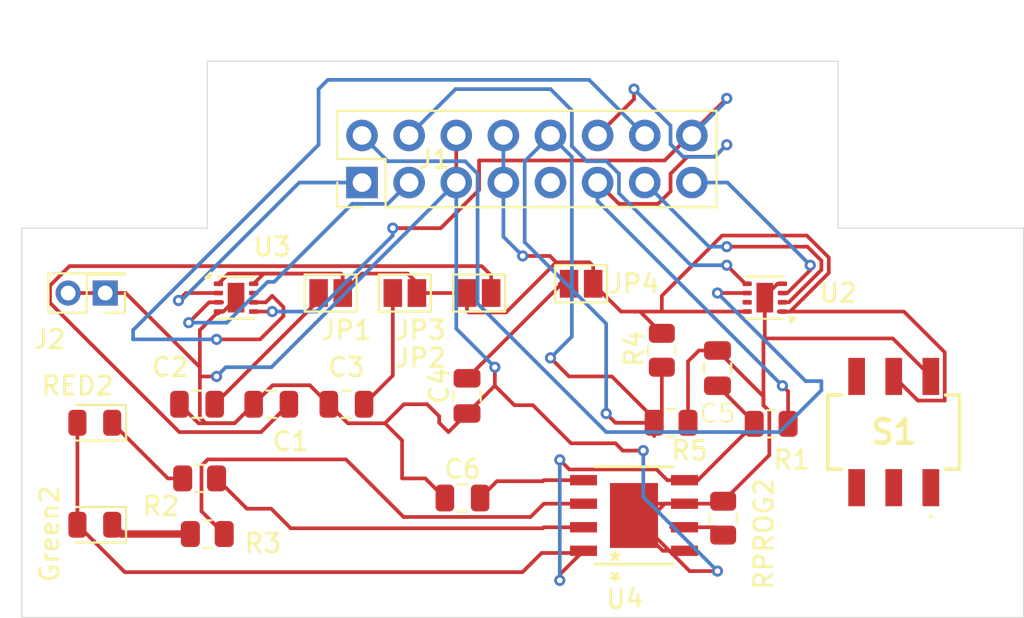
<source format=kicad_pcb>
(kicad_pcb (version 20240108) (generator "pcbnew") (generator_version "8.0")
  (layers (0 "F.Cu" signal) (31 "B.Cu" signal) (34 "B.Paste" user) (35 "F.Paste" user) (36 "B.SilkS" user "B.Silkscreen") (37 "F.SilkS" user "F.Silkscreen") (38 "B.Mask" user) (39 "F.Mask" user) (44 "Edge.Cuts" user))
  (net 0 "")
  (net 1 "Charge")
  (net 2 "Net-(JP2-B)")
  (net 3 "Net-(JP1-A)")
  (net 4 "Net-(JP3-A)")
  (net 5 "Net-(U4-BAT)")
  (net 6 "Net-(Green2-A)")
  (net 7 "Net-(JP4-B)")
  (net 8 "Net-(Green2-K)")
  (net 9 "+5V")
  (net 10 "BATT")
  (net 11 "BATT_ADC")
  (net 12 "Net-(RED2-K)")
  (net 13 "Net-(U4-CHRG)")
  (net 14 "Net-(U4-STDBY)")
  (net 15 "Net-(U4-PROG)")
  (net 16 "Motor1_B")
  (net 17 "Motor1_A")
  (net 18 "PWM1")
  (net 20 "PWM2")
  (net 21 "Motor2_B")
  (net 22 "Motor2_A")
  (net 23 "PWM3")
  (net 25 "PWM4")
  (net 26 "RESV")
  (footprint "Resistor_SMD:R_0805_2012Metric" (layer "F.Cu") (at 126 45 180)
    (property "Reference" "R3" (at -3 -0.5 180) (layer "F.SilkS"))
    (property "Value" "1k")
    (fp_line (start -0.227064 0.735) (end 0.227064 0.735) (stroke (width 0.12)) (layer "F.SilkS"))
    (fp_line (start -0.227064 -0.735) (end 0.227064 -0.735) (stroke (width 0.12)) (layer "F.SilkS"))
    (pad "1" smd roundrect (at -0.9125 0 180) (size 1.025 1.4) (layers "F.Cu" "F.Paste" "F.Mask") (roundrect_rratio 0.243902) (net 14 "Net-(U4-STDBY)"))
    (pad "2" smd roundrect (at 0.9125 0 180) (size 1.025 1.4) (layers "F.Cu" "F.Paste" "F.Mask") (roundrect_rratio 0.243902) (net 8 "Net-(Green2-K)"))
  )
  (footprint "Jumper:SolderJumper-2_P1.3mm_Open_Pad1.0x1.5mm" (layer "F.Cu") (at 146.15 31.5 180)
    (property "Reference" "JP4" (at -2.85 0 180) (layer "F.SilkS"))
    (property "Value" "Jumper_2_Open")
    (fp_line (start 1.4 1) (end -1.4 1) (stroke (width 0.12)) (layer "F.SilkS"))
    (fp_line (start 1.4 -1) (end 1.4 1) (stroke (width 0.12)) (layer "F.SilkS"))
    (fp_line (start -1.4 1) (end -1.4 -1) (stroke (width 0.12)) (layer "F.SilkS"))
    (fp_line (start -1.4 -1) (end 1.4 -1) (stroke (width 0.12)) (layer "F.SilkS"))
    (pad "1" smd rect (at -0.65 0 180) (size 1 1.5) (layers "F.Cu" "F.Mask") (net 10 "BATT"))
    (pad "2" smd rect (at 0.65 0 180) (size 1 1.5) (layers "F.Cu" "F.Mask") (net 7 "Net-(JP4-B)"))
  )
  (footprint "Resistor_SMD:R_0805_2012Metric" (layer "F.Cu") (at 125.5875 42 180)
    (property "Reference" "R2" (at 2.0875 -1.5 180) (layer "F.SilkS"))
    (property "Value" "1k")
    (fp_line (start -0.227064 0.735) (end 0.227064 0.735) (stroke (width 0.12)) (layer "F.SilkS"))
    (fp_line (start -0.227064 -0.735) (end 0.227064 -0.735) (stroke (width 0.12)) (layer "F.SilkS"))
    (pad "1" smd roundrect (at -0.9125 0 180) (size 1.025 1.4) (layers "F.Cu" "F.Paste" "F.Mask") (roundrect_rratio 0.243902) (net 13 "Net-(U4-CHRG)"))
    (pad "2" smd roundrect (at 0.9125 0 180) (size 1.025 1.4) (layers "F.Cu" "F.Paste" "F.Mask") (roundrect_rratio 0.243902) (net 12 "Net-(RED2-K)"))
  )
  (footprint "Battery:TP4056" (layer "F.Cu") (at 149 44 180)
    (property "Reference" "U4" (at 0.5 -4.5 0) (layer "F.SilkS"))
    (property "Value" "TP4056")
    (fp_line (start 2.1209 -2.6289) (end -2.1209 -2.6289) (stroke (width 0.1524)) (layer "F.SilkS"))
    (fp_line (start -2.1209 2.6289) (end 2.1209 2.6289) (stroke (width 0.1524)) (layer "F.SilkS"))
    (fp_text user "*" (at 1.02465 -3 180) (layer "F.SilkS"))
    (fp_text user "*" (at 1.02465 -2.5 180) (layer "F.SilkS"))
    (pad "1" smd rect (at -2.721348 -1.905 180) (size 1.454899 0.558) (layers "F.Cu" "F.Paste" "F.Mask") (net 1 "Charge"))
    (pad "2" smd rect (at -2.721348 -0.635 180) (size 1.454899 0.558) (layers "F.Cu" "F.Paste" "F.Mask") (net 15 "Net-(U4-PROG)"))
    (pad "3" smd rect (at -2.721348 0.635 180) (size 1.454899 0.558) (layers "F.Cu" "F.Paste" "F.Mask") (net 1 "Charge"))
    (pad "4" smd rect (at -2.721348 1.905 180) (size 1.454899 0.558) (layers "F.Cu" "F.Paste" "F.Mask") (net 6 "Net-(Green2-A)"))
    (pad "5" smd rect (at 2.721348 1.905 180) (size 1.454899 0.558) (layers "F.Cu" "F.Paste" "F.Mask") (net 5 "Net-(U4-BAT)"))
    (pad "6" smd rect (at 2.721348 0.635 180) (size 1.454899 0.558) (layers "F.Cu" "F.Paste" "F.Mask") (net 14 "Net-(U4-STDBY)"))
    (pad "7" smd rect (at 2.721348 -0.635 180) (size 1.454899 0.558) (layers "F.Cu" "F.Paste" "F.Mask") (net 13 "Net-(U4-CHRG)"))
    (pad "8" smd rect (at 2.721348 -1.905 180) (size 1.454899 0.558) (layers "F.Cu" "F.Paste" "F.Mask") (net 6 "Net-(Green2-A)"))
    (pad "9" smd rect (at 0 0 180) (size 2.5908 3.5052) (layers "F.Cu" "F.Mask") (net 1 "Charge"))
  )
  (footprint "Resistor_SMD:R_0805_2012Metric" (layer "F.Cu") (at 153.806101 44.1435 90)
    (property "Reference" "RPROG2" (at -0.8565 2.193899 270) (layer "F.SilkS"))
    (property "Value" "2.2k")
    (fp_line (start -0.227064 -0.735) (end 0.227064 -0.735) (stroke (width 0.12)) (layer "F.SilkS"))
    (fp_line (start -0.227064 0.735) (end 0.227064 0.735) (stroke (width 0.12)) (layer "F.SilkS"))
    (pad "1" smd roundrect (at -0.9125 0 90) (size 1.025 1.4) (layers "F.Cu" "F.Paste" "F.Mask") (roundrect_rratio 0.243902) (net 15 "Net-(U4-PROG)"))
    (pad "2" smd roundrect (at 0.9125 0 90) (size 1.025 1.4) (layers "F.Cu" "F.Paste" "F.Mask") (roundrect_rratio 0.243902) (net 1 "Charge"))
  )
  (footprint "Package_SON:WSON-8-1EP_2x2mm_P0.5mm_EP0.9x1.6mm" (layer "F.Cu") (at 156.05 32.25 180)
    (property "Reference" "U2" (at -3.95 0.25 180) (layer "F.SilkS"))
    (property "Value" "DRV8837")
    (fp_line (start -1 1.14) (end 1 1.14) (stroke (width 0.12)) (layer "F.SilkS"))
    (fp_line (start -1.01 -1.14) (end 0.99 -1.14) (stroke (width 0.12)) (layer "F.SilkS"))
    (fp_poly (pts (xy -1.37 -1.07) (xy -1.65 -1.07) (xy -1.37 -1.35) (xy -1.37 -1.07)) (stroke (width 0.12)) (fill solid) (layer "F.SilkS"))
    (pad "1" smd roundrect (at -0.95 -0.75 180) (size 0.5 0.25) (layers "F.Cu" "F.Paste" "F.Mask") (net 10 "BATT"))
    (pad "2" smd roundrect (at -0.95 -0.25 180) (size 0.5 0.25) (layers "F.Cu" "F.Paste" "F.Mask") (net 17 "Motor1_A"))
    (pad "3" smd roundrect (at -0.95 0.25 180) (size 0.5 0.25) (layers "F.Cu" "F.Paste" "F.Mask") (net 16 "Motor1_B"))
    (pad "4" smd roundrect (at -0.95 0.75 180) (size 0.5 0.25) (layers "F.Cu" "F.Paste" "F.Mask") (net 1 "Charge"))
    (pad "5" smd roundrect (at 0.95 0.75 180) (size 0.5 0.25) (layers "F.Cu" "F.Paste" "F.Mask") (net 20 "PWM2"))
    (pad "6" smd roundrect (at 0.95 0.25 180) (size 0.5 0.25) (layers "F.Cu" "F.Paste" "F.Mask") (net 18 "PWM1"))
    (pad "7" smd roundrect (at 0.95 -0.25 180) (size 0.5 0.25) (layers "F.Cu" "F.Paste" "F.Mask"))
    (pad "8" smd roundrect (at 0.95 -0.75 180) (size 0.5 0.25) (layers "F.Cu" "F.Paste" "F.Mask") (net 10 "BATT"))
    (pad "9" smd rect (at 0 0 180) (size 0.9 1.6) (layers "F.Cu" "F.Mask") (net 1 "Charge"))
  )
  (footprint "Diode_SMD:D_0805_2012Metric" (layer "F.Cu") (at 119.9375 39 180)
    (property "Reference" "RED2" (at 0.9375 2 180) (layer "F.SilkS"))
    (property "Value" "LED")
    (fp_line (start 1 -0.96) (end -1.685 -0.96) (stroke (width 0.12)) (layer "F.SilkS"))
    (fp_line (start -1.685 0.96) (end 1 0.96) (stroke (width 0.12)) (layer "F.SilkS"))
    (fp_line (start -1.685 -0.96) (end -1.685 0.96) (stroke (width 0.12)) (layer "F.SilkS"))
    (pad "1" smd roundrect (at -0.9375 0 180) (size 0.975 1.4) (layers "F.Cu" "F.Paste" "F.Mask") (net 12 "Net-(RED2-K)"))
    (pad "2" smd roundrect (at 0.9375 0 180) (size 0.975 1.4) (layers "F.Cu" "F.Paste" "F.Mask") (net 6 "Net-(Green2-A)"))
  )
  (footprint "Resistor_SMD:R_0805_2012Metric" (layer "F.Cu") (at 151 39)
    (property "Reference" "R5" (at 1 1.5 360) (layer "F.SilkS"))
    (property "Value" "10k")
    (fp_line (start -0.227064 -0.735) (end 0.227064 -0.735) (stroke (width 0.12)) (layer "F.SilkS"))
    (fp_line (start -0.227064 0.735) (end 0.227064 0.735) (stroke (width 0.12)) (layer "F.SilkS"))
    (pad "1" smd roundrect (at -0.9125 0) (size 1.025 1.4) (layers "F.Cu" "F.Paste" "F.Mask") (roundrect_rratio 0.243902) (net 11 "BATT_ADC"))
    (pad "2" smd roundrect (at 0.9125 0) (size 1.025 1.4) (layers "F.Cu" "F.Paste" "F.Mask") (roundrect_rratio 0.243902) (net 1 "Charge"))
  )
  (footprint "Jumper:SolderJumper-2_P1.3mm_Open_Pad1.0x1.5mm" (layer "F.Cu") (at 132.65 32)
    (property "Reference" "JP1" (at 0.85 2 0) (layer "F.SilkS"))
    (property "Value" "Jumper_2_Open")
    (fp_line (start -1.4 -1) (end 1.4 -1) (stroke (width 0.12)) (layer "F.SilkS"))
    (fp_line (start -1.4 1) (end -1.4 -1) (stroke (width 0.12)) (layer "F.SilkS"))
    (fp_line (start 1.4 -1) (end 1.4 1) (stroke (width 0.12)) (layer "F.SilkS"))
    (fp_line (start 1.4 1) (end -1.4 1) (stroke (width 0.12)) (layer "F.SilkS"))
    (pad "1" smd rect (at -0.65 0) (size 1 1.5) (layers "F.Cu" "F.Mask") (net 3 "Net-(JP1-A)"))
    (pad "2" smd rect (at 0.65 0) (size 1 1.5) (layers "F.Cu" "F.Mask") (net 10 "BATT"))
  )
  (footprint "Capacitor_SMD:C_0805_2012Metric" (layer "F.Cu") (at 125.45 38)
    (property "Reference" "C2" (at -1.45 -2 360) (layer "F.SilkS"))
    (property "Value" "0.1uF")
    (fp_line (start -0.261252 -0.735) (end 0.261252 -0.735) (stroke (width 0.12)) (layer "F.SilkS"))
    (fp_line (start -0.261252 0.735) (end 0.261252 0.735) (stroke (width 0.12)) (layer "F.SilkS"))
    (pad "1" smd roundrect (at -0.95 0) (size 1 1.45) (layers "F.Cu" "F.Paste" "F.Mask") (net 1 "Charge"))
    (pad "2" smd roundrect (at 0.95 0) (size 1 1.45) (layers "F.Cu" "F.Paste" "F.Mask") (net 3 "Net-(JP1-A)"))
  )
  (footprint "Capacitor_SMD:C_0805_2012Metric" (layer "F.Cu") (at 153.5 36.05 90)
    (property "Reference" "C5" (at -2.45 0 0) (layer "F.SilkS") (effects (font (thickness 0.1))))
    (property "Value" "10uF")
    (fp_line (start -0.261252 -0.735) (end 0.261252 -0.735) (stroke (width 0.12)) (layer "F.SilkS"))
    (fp_line (start -0.261252 0.735) (end 0.261252 0.735) (stroke (width 0.12)) (layer "F.SilkS"))
    (pad "1" smd roundrect (at -0.95 0 90) (size 1 1.45) (layers "F.Cu" "F.Paste" "F.Mask") (net 6 "Net-(Green2-A)"))
    (pad "2" smd roundrect (at 0.95 0 90) (size 1 1.45) (layers "F.Cu" "F.Paste" "F.Mask") (net 1 "Charge"))
  )
  (footprint "Resistor_SMD:R_0805_2012Metric" (layer "F.Cu") (at 150.5 35.0875 -90)
    (property "Reference" "R4" (at -0.0875 1.5 90) (layer "F.SilkS"))
    (property "Value" "10k")
    (fp_line (start -0.227064 0.735) (end 0.227064 0.735) (stroke (width 0.12)) (layer "F.SilkS"))
    (fp_line (start -0.227064 -0.735) (end 0.227064 -0.735) (stroke (width 0.12)) (layer "F.SilkS"))
    (pad "1" smd roundrect (at -0.9125 0 270) (size 1.025 1.4) (layers "F.Cu" "F.Paste" "F.Mask") (roundrect_rratio 0.243902) (net 10 "BATT"))
    (pad "2" smd roundrect (at 0.9125 0 270) (size 1.025 1.4) (layers "F.Cu" "F.Paste" "F.Mask") (roundrect_rratio 0.243902) (net 11 "BATT_ADC"))
  )
  (footprint "Package_SON:WSON-8-1EP_2x2mm_P0.5mm_EP0.9x1.6mm" (layer "F.Cu") (at 127.55 32.25)
    (property "Reference" "U3" (at 1.95 -2.75 180) (layer "F.SilkS"))
    (property "Value" "DRV8837")
    (fp_line (start -1.01 -1.14) (end 0.99 -1.14) (stroke (width 0.12)) (layer "F.SilkS"))
    (fp_line (start -1 1.14) (end 1 1.14) (stroke (width 0.12)) (layer "F.SilkS"))
    (fp_poly (pts (xy -1.37 -1.07) (xy -1.65 -1.07) (xy -1.37 -1.35) (xy -1.37 -1.07)) (stroke (width 0.12)) (fill solid) (layer "F.SilkS"))
    (pad "1" smd roundrect (at -0.95 -0.75) (size 0.5 0.25) (layers "F.Cu" "F.Paste" "F.Mask") (net 10 "BATT"))
    (pad "2" smd roundrect (at -0.95 -0.25) (size 0.5 0.25) (layers "F.Cu" "F.Paste" "F.Mask") (net 22 "Motor2_A"))
    (pad "3" smd roundrect (at -0.95 0.25) (size 0.5 0.25) (layers "F.Cu" "F.Paste" "F.Mask") (net 21 "Motor2_B"))
    (pad "4" smd roundrect (at -0.95 0.75) (size 0.5 0.25) (layers "F.Cu" "F.Paste" "F.Mask") (net 1 "Charge"))
    (pad "5" smd roundrect (at 0.95 0.75) (size 0.5 0.25) (layers "F.Cu" "F.Paste" "F.Mask") (net 25 "PWM4"))
    (pad "6" smd roundrect (at 0.95 0.25) (size 0.5 0.25) (layers "F.Cu" "F.Paste" "F.Mask") (net 23 "PWM3"))
    (pad "7" smd roundrect (at 0.95 -0.25) (size 0.5 0.25) (layers "F.Cu" "F.Paste" "F.Mask"))
    (pad "8" smd roundrect (at 0.95 -0.75) (size 0.5 0.25) (layers "F.Cu" "F.Paste" "F.Mask") (net 10 "BATT"))
    (pad "9" smd rect (at 0 0) (size 0.9 1.6) (layers "F.Cu" "F.Mask") (net 1 "Charge"))
  )
  (footprint "Capacitor_SMD:C_0805_2012Metric" (layer "F.Cu") (at 139.756101 43.056)
    (property "Reference" "C6" (at 0 -1.556 0) (layer "F.SilkS"))
    (property "Value" "10uF")
    (fp_line (start -0.261252 -0.735) (end 0.261252 -0.735) (stroke (width 0.12)) (layer "F.SilkS"))
    (fp_line (start -0.261252 0.735) (end 0.261252 0.735) (stroke (width 0.12)) (layer "F.SilkS"))
    (pad "1" smd roundrect (at -0.95 0) (size 1 1.45) (layers "F.Cu" "F.Paste" "F.Mask") (net 1 "Charge"))
    (pad "2" smd roundrect (at 0.95 0) (size 1 1.45) (layers "F.Cu" "F.Paste" "F.Mask") (net 5 "Net-(U4-BAT)"))
  )
  (footprint "Jumper:SolderJumper-2_P1.3mm_Open_Pad1.0x1.5mm" (layer "F.Cu") (at 136.65 32)
    (property "Reference" "JP3" (at 0.85 2 0) (layer "F.SilkS"))
    (property "Value" "Jumper_2_Open")
    (fp_line (start -1.4 -1) (end 1.4 -1) (stroke (width 0.12)) (layer "F.SilkS"))
    (fp_line (start -1.4 1) (end -1.4 -1) (stroke (width 0.12)) (layer "F.SilkS"))
    (fp_line (start 1.4 -1) (end 1.4 1) (stroke (width 0.12)) (layer "F.SilkS"))
    (fp_line (start 1.4 1) (end -1.4 1) (stroke (width 0.12)) (layer "F.SilkS"))
    (pad "1" smd rect (at -0.65 0) (size 1 1.5) (layers "F.Cu" "F.Mask") (net 4 "Net-(JP3-A)"))
    (pad "2" smd rect (at 0.65 0) (size 1 1.5) (layers "F.Cu" "F.Mask") (net 10 "BATT"))
  )
  (footprint "Capacitor_SMD:C_0805_2012Metric" (layer "F.Cu") (at 129.45 38 180)
    (property "Reference" "C1" (at -1.05 -2 180) (layer "F.SilkS"))
    (property "Value" "0.1uF")
    (fp_line (start -0.261252 0.735) (end 0.261252 0.735) (stroke (width 0.12)) (layer "F.SilkS"))
    (fp_line (start -0.261252 -0.735) (end 0.261252 -0.735) (stroke (width 0.12)) (layer "F.SilkS"))
    (pad "1" smd roundrect (at -0.95 0 180) (size 1 1.45) (layers "F.Cu" "F.Paste" "F.Mask") (net 2 "Net-(JP2-B)"))
    (pad "2" smd roundrect (at 0.95 0 180) (size 1 1.45) (layers "F.Cu" "F.Paste" "F.Mask") (net 1 "Charge"))
  )
  (footprint "Button_Switch_SMD:MS22D28G020 switch" (layer "F.Cu") (at 163 39.5 180)
    (property "Reference" "S1" (at 0 0 180) (layer "F.SilkS") (effects (font (size 1.27 1.27) (thickness 0.254))))
    (property "Value" "MS-22D28-G020" (hide yes))
    (fp_line (start 3.55 2) (end 3.55 -2) (stroke (width 0.2)) (layer "F.SilkS"))
    (fp_line (start 3.55 -2) (end 2.8 -2) (stroke (width 0.2)) (layer "F.SilkS"))
    (fp_line (start 2.8 2) (end 3.55 2) (stroke (width 0.2)) (layer "F.SilkS"))
    (fp_line (start -2 -4.5) (end -2 -4.5) (stroke (width 0.1)) (layer "F.SilkS"))
    (fp_line (start -2 -4.6) (end -2 -4.6) (stroke (width 0.1)) (layer "F.SilkS"))
    (fp_line (start -2.8 -2) (end -3.55 -2) (stroke (width 0.2)) (layer "F.SilkS"))
    (fp_line (start -3.55 2) (end -2.8 2) (stroke (width 0.2)) (layer "F.SilkS"))
    (fp_line (start -3.55 -2) (end -3.55 2) (stroke (width 0.2)) (layer "F.SilkS"))
    (fp_arc (start -2 -4.5) (mid -2.05 -4.55) (end -2 -4.6) (stroke (width 0.1)) (layer "F.SilkS"))
    (fp_arc (start -2 -4.6) (mid -1.95 -4.55) (end -2 -4.5) (stroke (width 0.1)) (layer "F.SilkS"))
    (pad "" np_thru_hole circle (at -2.25 0 180) (size 0.9 0.9) (drill 0.9) (layers "*.Cu" "*.Mask"))
    (pad "" np_thru_hole circle (at 2.25 0 180) (size 0.9 0.9) (drill 0.9) (layers "*.Cu" "*.Mask"))
    (pad "1" smd rect (at -2 -3 180) (size 0.9 2) (layers "F.Cu" "F.Paste" "F.Mask"))
    (pad "2" smd rect (at 0 -3 180) (size 0.9 2) (layers "F.Cu" "F.Paste" "F.Mask"))
    (pad "3" smd rect (at 2 -3 180) (size 0.9 2) (layers "F.Cu" "F.Paste" "F.Mask"))
    (pad "4" smd rect (at -2 3 180) (size 0.9 2) (layers "F.Cu" "F.Paste" "F.Mask") (net 1 "Charge"))
    (pad "5" smd rect (at 0 3 180) (size 0.9 2) (layers "F.Cu" "F.Paste" "F.Mask") (net 10 "BATT"))
    (pad "6" smd rect (at 2 3 180) (size 0.9 2) (layers "F.Cu" "F.Paste" "F.Mask"))
  )
  (footprint "Capacitor_SMD:C_0805_2012Metric" (layer "F.Cu") (at 140 37.55 -90)
    (property "Reference" "C4" (at -0.55 1.5 90) (layer "F.SilkS"))
    (property "Value" "0.1uF")
    (fp_line (start -0.261252 0.735) (end 0.261252 0.735) (stroke (width 0.12)) (layer "F.SilkS"))
    (fp_line (start -0.261252 -0.735) (end 0.261252 -0.735) (stroke (width 0.12)) (layer "F.SilkS"))
    (pad "1" smd roundrect (at -0.95 0 270) (size 1 1.45) (layers "F.Cu" "F.Paste" "F.Mask") (net 7 "Net-(JP4-B)"))
    (pad "2" smd roundrect (at 0.95 0 270) (size 1 1.45) (layers "F.Cu" "F.Paste" "F.Mask") (net 1 "Charge"))
  )
  (footprint "Connector_PinHeader_2.54mm:PinHeader_2x08_P2.54mm_Vertical" (layer "F.Cu") (at 134.34 26.04 90)
    (property "Reference" "J1" (at 1.275 3.875 0) (layer "F.SilkS"))
    (property "Value" "Conn_02x08_Odd_Even")
    (fp_line (start 3.87 -1.33) (end 3.87 19.11) (stroke (width 0.12)) (layer "F.SilkS"))
    (fp_line (start 1.27 -1.33) (end 3.87 -1.33) (stroke (width 0.12)) (layer "F.SilkS"))
    (fp_line (start -1.33 -1.33) (end 0 -1.33) (stroke (width 0.12)) (layer "F.SilkS"))
    (fp_line (start -1.33 0) (end -1.33 -1.33) (stroke (width 0.12)) (layer "F.SilkS"))
    (fp_line (start 1.27 1.27) (end 1.27 -1.33) (stroke (width 0.12)) (layer "F.SilkS"))
    (fp_line (start -1.33 1.27) (end 1.27 1.27) (stroke (width 0.12)) (layer "F.SilkS"))
    (fp_line (start -1.33 1.27) (end -1.33 19.11) (stroke (width 0.12)) (layer "F.SilkS"))
    (fp_line (start -1.33 19.11) (end 3.87 19.11) (stroke (width 0.12)) (layer "F.SilkS"))
    (pad "1" thru_hole rect (at 0 0 90) (size 1.7 1.7) (drill 1) (layers "*.Cu" "*.Mask") (net 22 "Motor2_A"))
    (pad "2" thru_hole oval (at 2.54 0 90) (size 1.7 1.7) (drill 1) (layers "*.Cu" "*.Mask") (net 18 "PWM1"))
    (pad "3" thru_hole oval (at 0 2.54 90) (size 1.7 1.7) (drill 1) (layers "*.Cu" "*.Mask") (net 21 "Motor2_B"))
    (pad "4" thru_hole oval (at 2.54 2.54 90) (size 1.7 1.7) (drill 1) (layers "*.Cu" "*.Mask") (net 20 "PWM2"))
    (pad "5" thru_hole oval (at 0 5.08 90) (size 1.7 1.7) (drill 1) (layers "*.Cu" "*.Mask") (net 1 "Charge"))
    (pad "6" thru_hole oval (at 2.54 5.08 90) (size 1.7 1.7) (drill 1) (layers "*.Cu" "*.Mask") (net 1 "Charge"))
    (pad "7" thru_hole oval (at 0 7.62 90) (size 1.7 1.7) (drill 1) (layers "*.Cu" "*.Mask") (net 10 "BATT"))
    (pad "8" thru_hole oval (at 2.54 7.62 90) (size 1.7 1.7) (drill 1) (layers "*.Cu" "*.Mask") (net 10 "BATT"))
    (pad "9" thru_hole oval (at 0 10.16 90) (size 1.7 1.7) (drill 1) (layers "*.Cu" "*.Mask") (net 26 "RESV"))
    (pad "10" thru_hole oval (at 2.54 10.16 90) (size 1.7 1.7) (drill 1) (layers "*.Cu" "*.Mask") (net 11 "BATT_ADC"))
    (pad "11" thru_hole oval (at 0 12.7 90) (size 1.7 1.7) (drill 1) (layers "*.Cu" "*.Mask") (net 9 "+5V"))
    (pad "12" thru_hole oval (at 2.54 12.7 90) (size 1.7 1.7) (drill 1) (layers "*.Cu" "*.Mask") (net 9 "+5V"))
    (pad "13" thru_hole oval (at 0 15.24 90) (size 1.7 1.7) (drill 1) (layers "*.Cu" "*.Mask") (net 17 "Motor1_A"))
    (pad "14" thru_hole oval (at 2.54 15.24 90) (size 1.7 1.7) (drill 1) (layers "*.Cu" "*.Mask") (net 23 "PWM3"))
    (pad "15" thru_hole oval (at 0 17.78 90) (size 1.7 1.7) (drill 1) (layers "*.Cu" "*.Mask") (net 16 "Motor1_B"))
    (pad "16" thru_hole oval (at 2.54 17.78 90) (size 1.7 1.7) (drill 1) (layers "*.Cu" "*.Mask") (net 25 "PWM4"))
  )
  (footprint "Capacitor_SMD:C_0805_2012Metric" (layer "F.Cu") (at 133.5 38)
    (property "Reference" "C3" (at 0 -2 0) (layer "F.SilkS"))
    (property "Value" "0.1uF")
    (fp_line (start -0.261252 -0.735) (end 0.261252 -0.735) (stroke (width 0.12)) (layer "F.SilkS"))
    (fp_line (start -0.261252 0.735) (end 0.261252 0.735) (stroke (width 0.12)) (layer "F.SilkS"))
    (pad "1" smd roundrect (at -0.95 0) (size 1 1.45) (layers "F.Cu" "F.Paste" "F.Mask") (net 1 "Charge"))
    (pad "2" smd roundrect (at 0.95 0) (size 1 1.45) (layers "F.Cu" "F.Paste" "F.Mask") (net 4 "Net-(JP3-A)"))
  )
  (footprint "Connector_PinHeader_2.00mm:PinHeader_2x01_P2.00mm_Vertical" (layer "F.Cu") (at 120.5 32 180)
    (property "Reference" "J2" (at 3 -2.5 180) (layer "F.SilkS"))
    (property "Value" "Conn_02x01")
    (fp_line (start 3.06 -1.06) (end 3.06 1.06) (stroke (width 0.12)) (layer "F.SilkS"))
    (fp_line (start 1 1) (end 1 -1.06) (stroke (width 0.12)) (layer "F.SilkS"))
    (fp_line (start 1 -1.06) (end 3.06 -1.06) (stroke (width 0.12)) (layer "F.SilkS"))
    (fp_line (start -1.06 1.06) (end 3.06 1.06) (stroke (width 0.12)) (layer "F.SilkS"))
    (fp_line (start -1.06 1) (end 1 1) (stroke (width 0.12)) (layer "F.SilkS"))
    (fp_line (start -1.06 1) (end -1.06 1.06) (stroke (width 0.12)) (layer "F.SilkS"))
    (fp_line (start -1.06 0) (end -1.06 -1.06) (stroke (width 0.12)) (layer "F.SilkS"))
    (fp_line (start -1.06 -1.06) (end 0 -1.06) (stroke (width 0.12)) (layer "F.SilkS"))
    (pad "1" thru_hole rect (at 0 0 180) (size 1.35 1.35) (drill 0.8) (layers "*.Cu" "*.Mask") (net 1 "Charge"))
    (pad "2" thru_hole oval (at 2 0 180) (size 1.35 1.35) (drill 0.8) (layers "*.Cu" "*.Mask") (net 1 "Charge"))
  )
  (footprint "Diode_SMD:D_0805_2012Metric" (layer "F.Cu") (at 119.9375 44.5 180)
    (property "Reference" "Green2" (at 2.4375 -0.5 -90) (layer "F.SilkS"))
    (property "Value" "LED")
    (fp_line (start 1 -0.96) (end -1.685 -0.96) (stroke (width 0.12)) (layer "F.SilkS"))
    (fp_line (start -1.685 0.96) (end 1 0.96) (stroke (width 0.12)) (layer "F.SilkS"))
    (fp_line (start -1.685 -0.96) (end -1.685 0.96) (stroke (width 0.12)) (layer "F.SilkS"))
    (pad "1" smd roundrect (at -0.9375 0 180) (size 0.975 1.4) (layers "F.Cu" "F.Paste" "F.Mask") (net 8 "Net-(Green2-K)"))
    (pad "2" smd roundrect (at 0.9375 0 180) (size 0.975 1.4) (layers "F.Cu" "F.Paste" "F.Mask") (net 6 "Net-(Green2-A)"))
  )
  (footprint "Jumper:SolderJumper-2_P1.3mm_Open_Pad1.0x1.5mm" (layer "F.Cu") (at 140.65 32)
    (property "Reference" "JP2" (at -3.15 3.5 0) (layer "F.SilkS"))
    (property "Value" "Jumper_2_Open")
    (fp_line (start -1.4 -1) (end 1.4 -1) (stroke (width 0.12)) (layer "F.SilkS"))
    (fp_line (start -1.4 1) (end -1.4 -1) (stroke (width 0.12)) (layer "F.SilkS"))
    (fp_line (start 1.4 -1) (end 1.4 1) (stroke (width 0.12)) (layer "F.SilkS"))
    (fp_line (start 1.4 1) (end -1.4 1) (stroke (width 0.12)) (layer "F.SilkS"))
    (pad "1" smd rect (at -0.65 0) (size 1 1.5) (layers "F.Cu" "F.Mask") (net 10 "BATT"))
    (pad "2" smd rect (at 0.65 0) (size 1 1.5) (layers "F.Cu" "F.Mask") (net 2 "Net-(JP2-B)"))
  )
  (footprint "Resistor_SMD:R_0805_2012Metric" (layer "F.Cu") (at 156.393601 39.056)
    (property "Reference" "R1" (at 1.106399 1.944 0) (layer "F.SilkS"))
    (property "Value" "2.2k")
    (fp_line (start -0.227064 -0.735) (end 0.227064 -0.735) (stroke (width 0.12)) (layer "F.SilkS"))
    (fp_line (start -0.227064 0.735) (end 0.227064 0.735) (stroke (width 0.12)) (layer "F.SilkS"))
    (pad "1" smd roundrect (at -0.9125 0) (size 1.025 1.4) (layers "F.Cu" "F.Paste" "F.Mask") (roundrect_rratio 0.243902) (net 6 "Net-(Green2-A)"))
    (pad "2" smd roundrect (at 0.9125 0) (size 1.025 1.4) (layers "F.Cu" "F.Paste" "F.Mask") (roundrect_rratio 0.243902) (net 9 "+5V"))
  )
  (gr_line (start 126 19.5) (end 160 19.5) (stroke (width 0.05)) (layer "Edge.Cuts"))
  (gr_line (start 160 19.5) (end 160 28.5) (stroke (width 0.05)) (layer "Edge.Cuts"))
  (gr_line (start 116 28.5) (end 116 49.5) (stroke (width 0.05)) (layer "Edge.Cuts"))
  (gr_line (start 126 28.5) (end 126 19.5) (stroke (width 0.05)) (layer "Edge.Cuts"))
  (gr_line (start 170 49.5) (end 116 49.5) (stroke (width 0.05)) (layer "Edge.Cuts"))
  (gr_line (start 116 28.5) (end 126 28.5) (stroke (width 0.05)) (layer "Edge.Cuts"))
  (gr_line (start 160 28.5) (end 170 28.5) (stroke (width 0.05)) (layer "Edge.Cuts"))
  (gr_line (start 170 28.5) (end 170 49.5) (stroke (width 0.05)) (layer "Edge.Cuts"))
  (segment (start 153.672101 43.365) (end 153.806101 43.231) (width 0.2) (layer "F.Cu") (net 1))
  (segment (start 153.5 35.1) (end 152.5 35.1) (width 0.2) (layer "F.Cu") (net 1))
  (segment (start 156.293601 40.7435) (end 153.806101 43.231) (width 0.2) (layer "F.Cu") (net 1))
  (segment (start 155.978345 38.056) (end 155.978345 34.521655) (width 0.2) (layer "F.Cu") (net 1))
  (segment (start 140 38.5) (end 139 39.5) (width 0.2) (layer "F.Cu") (net 1))
  (segment (start 138.806101 43.056) (end 137.750101 42) (width 0.2) (layer "F.Cu") (net 1))
  (segment (start 156.735614 31.5) (end 157 31.5) (width 0.2) (layer "F.Cu") (net 1))
  (segment (start 140 38.5) (end 141.5 37) (width 0.2) (layer "F.Cu") (net 1))
  (segment (start 125.6 36) (end 121.6 32) (width 0.2) (layer "F.Cu") (net 1))
  (segment (start 129.525 36.975) (end 128.5 38) (width 0.2) (layer "F.Cu") (net 1))
  (segment (start 125.6 38.709744) (end 125.6 36.5) (width 0.2) (layer "F.Cu") (net 1))
  (segment (start 152 47) (end 149 44) (width 0.2) (layer "F.Cu") (net 1))
  (segment (start 145.606399 40.106399) (end 143.55 38.05) (width 0.2) (layer "F.Cu") (net 1))
  (segment (start 151 45.905) (end 150.551551 45.905) (width 0.2) (layer "F.Cu") (net 1))
  (segment (start 148 40.106399) (end 145.606399 40.106399) (width 0.2) (layer "F.Cu") (net 1))
  (segment (start 155.978345 34.521655) (end 156.05 34.45) (width 0.2) (layer "F.Cu") (net 1))
  (segment (start 156.293601 38.371256) (end 156.293601 40.7435) (width 0.2) (layer "F.Cu") (net 1))
  (segment (start 148.913652 43.365) (end 148.278652 44) (width 0.2) (layer "F.Cu") (net 1))
  (segment (start 137.850101 38) (end 136.6 38) (width 0.2) (layer "F.Cu") (net 1))
  (segment (start 155.978345 37.578345) (end 153.5 35.1) (width 0.2) (layer "F.Cu") (net 1))
  (segment (start 150.663551 43.365) (end 151 43.365) (width 0.2) (layer "F.Cu") (net 1))
  (segment (start 125.6 36.5) (end 125.6 36) (width 0.2) (layer "F.Cu") (net 1))
  (segment (start 132.55 38) (end 133.575 39.025) (width 0.2) (layer "F.Cu") (net 1))
  (segment (start 118.5 32) (end 120.5 32) (width 0.2) (layer "F.Cu") (net 1))
  (segment (start 125.525 39.025) (end 127.475 39.025) (width 0.2) (layer "F.Cu") (net 1))
  (segment (start 156.05 32.185614) (end 156.735614 31.5) (width 0.2) (layer "F.Cu") (net 1))
  (segment (start 148 43.721348) (end 148.278652 44) (width 0.2) (layer "F.Cu") (net 1))
  (segment (start 138.5 39) (end 138.5 38.649899) (width 0.2) (layer "F.Cu") (net 1))
  (segment (start 127.55 32.314386) (end 127.55 32.25) (width 0.2) (layer "F.Cu") (net 1))
  (segment (start 139 39.5) (end 138.5 39) (width 0.2) (layer "F.Cu") (net 1))
  (segment (start 127.475 39.025) (end 125.915256 39.025) (width 0.2) (layer "F.Cu") (net 1))
  (segment (start 131.525 36.975) (end 129.525 36.975) (width 0.2) (layer "F.Cu") (net 1))
  (segment (start 152.5 35.1) (end 151.9125 35.6875) (width 0.2) (layer "F.Cu") (net 1))
  (segment (start 148.393601 40.5) (end 148 40.106399) (width 0.2) (layer "F.Cu") (net 1))
  (segment (start 138.5 38.649899) (end 137.850101 38) (width 0.2) (layer "F.Cu") (net 1))
  (segment (start 155.978345 38.056) (end 156.293601 38.371256) (width 0.2) (layer "F.Cu") (net 1))
  (segment (start 165 36.5) (end 162.95 34.45) (width 0.2) (layer "F.Cu") (net 1))
  (segment (start 153.5 47) (end 152 47) (width 0.2) (layer "F.Cu") (net 1))
  (segment (start 121.6 32) (end 120.5 32) (width 0.2) (layer "F.Cu") (net 1))
  (segment (start 141.5 37) (end 141.5 36) (width 0.2) (layer "F.Cu") (net 1))
  (segment (start 149.972551 44.056) (end 150.663551 43.365) (width 0.2) (layer "F.Cu") (net 1))
  (segment (start 162.95 34.45) (end 156.5 34.45) (width 0.2) (layer "F.Cu") (net 1))
  (segment (start 156.05 32.25) (end 156.05 32.185614) (width 0.2) (layer "F.Cu") (net 1))
  (segment (start 125.915256 39.025) (end 125.6 38.709744) (width 0.2) (layer "F.Cu") (net 1))
  (segment (start 156.5 34.45) (end 156.05 34.45) (width 0.2) (layer "F.Cu") (net 1))
  (segment (start 156.05 32.25) (end 156.05 34.45) (width 0.2) (layer "F.Cu") (net 1))
  (segment (start 150.551551 45.905) (end 149.972551 45.326) (width 0.2) (layer "F.Cu") (net 1))
  (segment (start 151 43.365) (end 148.913652 43.365) (width 0.2) (layer "F.Cu") (net 1))
  (segment (start 126.864386 33) (end 127.55 32.314386) (width 0.2) (layer "F.Cu") (net 1))
  (segment (start 128.5 38) (end 127.475 39.025) (width 0.2) (layer "F.Cu") (net 1))
  (segment (start 125.6 34) (end 126.6 33) (width 0.2) (layer "F.Cu") (net 1))
  (segment (start 155.978345 38.056) (end 155.978345 37.578345) (width 0.2) (layer "F.Cu") (net 1))
  (segment (start 139.42 23.5) (end 139.42 26.04) (width 0.2) (layer "F.Cu") (net 1))
  (segment (start 149.972551 45.326) (end 149.972551 44.056) (width 0.2) (layer "F.Cu") (net 1))
  (segment (start 149.5 40.5) (end 148.393601 40.5) (width 0.2) (layer "F.Cu") (net 1))
  (segment (start 125.6 36.5) (end 126.5 36.5) (width 0.2) (layer "F.Cu") (net 1))
  (segment (start 136.5 42) (end 136.5 39.95) (width 0.2) (layer "F.Cu") (net 1))
  (segment (start 133.575 39.025) (end 135.575 39.025) (width 0.2) (layer "F.Cu") (net 1))
  (segment (start 151.9125 35.6875) (end 151.9125 39) (width 0.2) (layer "F.Cu") (net 1))
  (segment (start 136.5 39.95) (end 135.575 39.025) (width 0.2) (layer "F.Cu") (net 1))
  (segment (start 143.55 38.05) (end 142.55 38.05) (width 0.2) (layer "F.Cu") (net 1))
  (segment (start 132.55 38) (end 131.525 36.975) (width 0.2) (layer "F.Cu") (net 1))
  (segment (start 151 43.365) (end 153.672101 43.365) (width 0.2) (layer "F.Cu") (net 1))
  (segment (start 124.5 38) (end 125.525 39.025) (width 0.2) (layer "F.Cu") (net 1))
  (segment (start 126.6 33) (end 126.864386 33) (width 0.2) (layer "F.Cu") (net 1))
  (segment (start 126.6 33) (end 126.6 33.1) (width 0.2) (layer "F.Cu") (net 1))
  (segment (start 142.55 38.05) (end 141.5 37) (width 0.2) (layer "F.Cu") (net 1))
  (segment (start 125.6 36) (end 125.6 34) (width 0.2) (layer "F.Cu") (net 1))
  (segment (start 135.575 39.025) (end 136.6 38) (width 0.2) (layer "F.Cu") (net 1))
  (segment (start 137.750101 42) (end 136.5 42) (width 0.2) (layer "F.Cu") (net 1))
  (via (at 153.5 47) (size 0.6) (drill 0.3) (layers "F.Cu" "B.Cu") (net 1))
  (via (at 149.5 40.5) (size 0.6) (drill 0.3) (layers "F.Cu" "B.Cu") (net 1))
  (via (at 126.5 36.5) (size 0.6) (drill 0.3) (layers "F.Cu" "B.Cu") (net 1))
  (via (at 141.5 36) (size 0.6) (drill 0.3) (layers "F.Cu" "B.Cu") (net 1))
  (segment (start 129.46 36) (end 139.42 26.04) (width 0.2) (layer "B.Cu") (net 1))
  (segment (start 139.42 26.04) (end 139.04 26.04) (width 0.2) (layer "B.Cu") (net 1))
  (segment (start 126.5 36.5) (end 127 36) (width 0.2) (layer "B.Cu") (net 1))
  (segment (start 139.42 33.92) (end 141.5 36) (width 0.2) (layer "B.Cu") (net 1))
  (segment (start 127 36) (end 129.46 36) (width 0.2) (layer "B.Cu") (net 1))
  (segment (start 153.5 47) (end 149.5 43) (width 0.2) (layer "B.Cu") (net 1))
  (segment (start 149.5 43) (end 149.5 40.5) (width 0.2) (layer "B.Cu") (net 1))
  (segment (start 139.42 26.04) (end 139.42 33.92) (width 0.2) (layer "B.Cu") (net 1))
  (segment (start 124.490256 39.5) (end 128.9 39.5) (width 0.2) (layer "F.Cu") (net 2))
  (segment (start 141.3 32) (end 141.3 31.05) (width 0.2) (layer "F.Cu") (net 2))
  (segment (start 118.571141 30.55) (end 117.525 31.596141) (width 0.2) (layer "F.Cu") (net 2))
  (segment (start 128.9 39.5) (end 130.4 38) (width 0.2) (layer "F.Cu") (net 2))
  (segment (start 117.525 32.534744) (end 124.490256 39.5) (width 0.2) (layer "F.Cu") (net 2))
  (segment (start 117.525 31.596141) (end 117.525 32.534744) (width 0.2) (layer "F.Cu") (net 2))
  (segment (start 141.3 31.05) (end 140.8 30.55) (width 0.2) (layer "F.Cu") (net 2))
  (segment (start 140.8 30.55) (end 118.571141 30.55) (width 0.2) (layer "F.Cu") (net 2))
  (segment (start 126.4 38) (end 132 32.4) (width 0.2) (layer "F.Cu") (net 3))
  (segment (start 132 32.4) (end 132 32) (width 0.2) (layer "F.Cu") (net 3))
  (segment (start 136 32) (end 136 36.45) (width 0.2) (layer "F.Cu") (net 4))
  (segment (start 136 36.45) (end 134.45 38) (width 0.2) (layer "F.Cu") (net 4))
  (segment (start 144.140753 42.095) (end 144.084753 42.151) (width 0.2) (layer "F.Cu") (net 5))
  (segment (start 141.611101 42.151) (end 144.084753 42.151) (width 0.2) (layer "F.Cu") (net 5))
  (segment (start 145.557304 42.095) (end 144.140753 42.095) (width 0.2) (layer "F.Cu") (net 5))
  (segment (start 140.706101 43.056) (end 141.611101 42.151) (width 0.2) (layer "F.Cu") (net 5))
  (segment (start 155.481101 39.056) (end 152.518551 42.018551) (width 0.2) (layer "F.Cu") (net 6))
  (segment (start 155.066 38.566) (end 153.5 37) (width 0.2) (layer "F.Cu") (net 6))
  (segment (start 145.516 41.516) (end 145 41) (width 0.2) (layer "F.Cu") (net 6))
  (segment (start 121.556 47.056) (end 119 44.5) (width 0.2) (layer "F.Cu") (net 6))
  (segment (start 146.278652 45.905) (end 145 47.183652) (width 0.2) (layer "F.Cu") (net 6))
  (segment (start 144.022877 46.022877) (end 142.989753 47.056) (width 0.2) (layer "F.Cu") (net 6))
  (segment (start 145 47.183652) (end 145 47.5) (width 0.2) (layer "F.Cu") (net 6))
  (segment (start 144.022877 46.022877) (end 145.775876 46.022877) (width 0.2) (layer "F.Cu") (net 6))
  (segment (start 150.214899 41.516) (end 145.516 41.516) (width 0.2) (layer "F.Cu") (net 6))
  (segment (start 151.721348 42.095) (end 150.793899 42.095) (width 0.2) (layer "F.Cu") (net 6))
  (segment (start 142.989753 47.056) (end 121.556 47.056) (width 0.2) (layer "F.Cu") (net 6))
  (segment (start 152.442102 42.095) (end 151 42.095) (width 0.2) (layer "F.Cu") (net 6))
  (segment (start 119 39) (end 119 44.5) (width 0.2) (layer "F.Cu") (net 6))
  (segment (start 152.518551 42.018551) (end 152.442102 42.095) (width 0.2) (layer "F.Cu") (net 6))
  (segment (start 152.518551 42.018551) (end 152.386101 42.151) (width 0.2) (layer "F.Cu") (net 6))
  (segment (start 150.793899 42.095) (end 150.214899 41.516) (width 0.2) (layer "F.Cu") (net 6))
  (via (at 145 41) (size 0.6) (drill 0.3) (layers "F.Cu" "B.Cu") (net 6))
  (via (at 145 47.5) (size 0.6) (drill 0.3) (layers "F.Cu" "B.Cu") (net 6))
  (segment (start 145 47.5) (end 145 41) (width 0.2) (layer "B.Cu") (net 6))
  (segment (start 140 36.6) (end 145.1 31.5) (width 0.2) (layer "F.Cu") (net 7))
  (segment (start 145.1 31.5) (end 145.5 31.5) (width 0.2) (layer "F.Cu") (net 7))
  (segment (start 145.5 31.5) (end 145 31.5) (width 0.2) (layer "F.Cu") (net 7))
  (segment (start 121.375 45) (end 120.875 44.5) (width 0.4) (layer "F.Cu") (net 8))
  (segment (start 125.0875 45) (end 121.375 45) (width 0.4) (layer "F.Cu") (net 8))
  (segment (start 153.35 24.65) (end 154 24) (width 0.2) (layer "F.Cu") (net 9))
  (segment (start 157.306101 39.056) (end 157.306101 37.306101) (width 0.2) (layer "F.Cu") (net 9))
  (segment (start 157.306101 37.306101) (end 157 37) (width 0.2) (layer "F.Cu") (net 9))
  (segment (start 150.97 26.516346) (end 150.97 25.563654) (width 0.2) (layer "F.Cu") (net 9))
  (segment (start 149 21.54) (end 149 21) (width 0.2) (layer "F.Cu") (net 9))
  (segment (start 150.296346 27.19) (end 150.97 26.516346) (width 0.2) (layer "F.Cu") (net 9))
  (segment (start 148.19 27.19) (end 150.296346 27.19) (width 0.2) (layer "F.Cu") (net 9))
  (segment (start 150.97 25.563654) (end 151.883654 24.65) (width 0.2) (layer "F.Cu") (net 9))
  (segment (start 151.883654 24.65) (end 153.35 24.65) (width 0.2) (layer "F.Cu") (net 9))
  (segment (start 147.04 23.5) (end 149 21.54) (width 0.2) (layer "F.Cu") (net 9))
  (segment (start 147.04 26.04) (end 148.19 27.19) (width 0.2) (layer "F.Cu") (net 9))
  (via (at 149 21) (size 0.6) (drill 0.3) (layers "F.Cu" "B.Cu") (net 9))
  (via (at 154 24) (size 0.6) (drill 0.3) (layers "F.Cu" "B.Cu") (net 9))
  (via (at 157 37) (size 0.6) (drill 0.3) (layers "F.Cu" "B.Cu") (net 9))
  (segment (start 147.04 27.04) (end 157 37) (width 0.2) (layer "B.Cu") (net 9))
  (segment (start 154 24) (end 153.35 24.65) (width 0.2) (layer "B.Cu") (net 9))
  (segment (start 150.97 23.976346) (end 150.97 22.97) (width 0.2) (layer "B.Cu") (net 9))
  (segment (start 150.97 22.97) (end 149 21) (width 0.2) (layer "B.Cu") (net 9))
  (segment (start 151.643654 24.65) (end 150.97 23.976346) (width 0.2) (layer "B.Cu") (net 9))
  (segment (start 153.35 24.65) (end 151.643654 24.65) (width 0.2) (layer "B.Cu") (net 9))
  (segment (start 147.04 26.04) (end 147.04 27.04) (width 0.2) (layer "B.Cu") (net 9))
  (segment (start 165.75 35.2) (end 163.55 33) (width 0.2) (layer "F.Cu") (net 10))
  (segment (start 159.5 30.085785) (end 158.314215 28.9) (width 0.2) (layer "F.Cu") (net 10))
  (segment (start 140 32.95) (end 140 32) (width 0.2) (layer "F.Cu") (net 10))
  (segment (start 163.55 33) (end 157 33) (width 0.2) (layer "F.Cu") (net 10))
  (segment (start 150.5 32.151471) (end 150.5 33) (width 0.2) (layer "F.Cu") (net 10))
  (segment (start 154.5 33) (end 155.1 33) (width 0.2) (layer "F.Cu") (net 10))
  (segment (start 144.807843 30.342157) (end 142.1 33.05) (width 0.2) (layer "F.Cu") (net 10))
  (segment (start 137.3 31.45) (end 136.8 30.95) (width 0.2) (layer "F.Cu") (net 10))
  (segment (start 165.75 37.8) (end 165.75 35.2) (width 0.2) (layer "F.Cu") (net 10))
  (segment (start 137.3 32) (end 137.3 31.45) (width 0.2) (layer "F.Cu") (net 10))
  (segment (start 148.5 33) (end 148.3 33) (width 0.2) (layer "F.Cu") (net 10))
  (segment (start 140 32) (end 137.3 32) (width 0.2) (layer "F.Cu") (net 10))
  (segment (start 149 33) (end 148.5 33) (width 0.2) (layer "F.Cu") (net 10))
  (segment (start 146.592157 30.342157) (end 144.807843 30.342157) (width 0.2) (layer "F.Cu") (net 10))
  (segment (start 144.807843 30.342157) (end 144.465686 30) (width 0.2) (layer "F.Cu") (net 10))
  (segment (start 157 33) (end 157.414214 33) (width 0.2) (layer "F.Cu") (net 10))
  (segment (start 142.1 33.05) (end 140.1 33.05) (width 0.2) (layer "F.Cu") (net 10))
  (segment (start 157.414214 33) (end 159.5 30.914214) (width 0.2) (layer "F.Cu") (net 10))
  (segment (start 157 33) (end 156.8 33) (width 0.2) (layer "F.Cu") (net 10))
  (segment (start 133.2 30.95) (end 129.05 30.95) (width 0.2) (layer "F.Cu") (net 10))
  (segment (start 133.3 32) (end 133.3 31.05) (width 0.2) (layer "F.Cu") (net 10))
  (segment (start 144.465686 30) (end 143 30) (width 0.2) (layer "F.Cu") (net 10))
  (segment (start 127.15 30.95) (end 133.2 30.95) (width 0.2) (layer "F.Cu") (net 10))
  (segment (start 148.3 33) (end 146.8 31.5) (width 0.2) (layer "F.Cu") (net 10))
  (segment (start 163 36.5) (end 164.3 37.8) (width 0.2) (layer "F.Cu") (net 10))
  (segment (start 136.8 30.95) (end 134.35 30.95) (width 0.2) (layer "F.Cu") (net 10))
  (segment (start 164.3 37.8) (end 165.75 37.8) (width 0.2) (layer "F.Cu") (net 10))
  (segment (start 146.8 31.5) (end 146.8 30.55) (width 0.2) (layer "F.Cu") (net 10))
  (segment (start 133.3 31.05) (end 133.2 30.95) (width 0.2) (layer "F.Cu") (net 10))
  (segment (start 149.325 33) (end 149 33) (width 0.2) (layer "F.Cu") (net 10))
  (segment (start 154.5 33) (end 149 33) (width 0.2) (layer "F.Cu") (net 10))
  (segment (start 150.5 34.175) (end 149.325 33) (width 0.2) (layer "F.Cu") (net 10))
  (segment (start 159.5 30.914214) (end 159.5 30.085785) (width 0.2) (layer "F.Cu") (net 10))
  (segment (start 153.751471 28.9) (end 150.5 32.151471) (width 0.2) (layer "F.Cu") (net 10))
  (segment (start 126.6 31.5) (end 127.15 30.95) (width 0.2) (layer "F.Cu") (net 10))
  (segment (start 140.1 33.05) (end 140 32.95) (width 0.2) (layer "F.Cu") (net 10))
  (segment (start 158.314215 28.9) (end 153.751471 28.9) (width 0.2) (layer "F.Cu") (net 10))
  (segment (start 129.05 30.95) (end 128.5 31.5) (width 0.2) (layer "F.Cu") (net 10))
  (segment (start 146.8 30.55) (end 146.592157 30.342157) (width 0.2) (layer "F.Cu") (net 10))
  (segment (start 134.35 30.95) (end 133.3 32) (width 0.2) (layer "F.Cu") (net 10))
  (via (at 143 30) (size 0.6) (drill 0.3) (layers "F.Cu" "B.Cu") (net 10))
  (segment (start 141.96 28.96) (end 141.96 26.04) (width 0.2) (layer "B.Cu") (net 10))
  (segment (start 141.96 23.5) (end 141.96 26.04) (width 0.2) (layer "B.Cu") (net 10))
  (segment (start 141.96 28.96) (end 143 30) (width 0.2) (layer "B.Cu") (net 10))
  (segment (start 150.0875 38.781399) (end 150.0875 39) (width 0.2) (layer "F.Cu") (net 11))
  (segment (start 150.0875 39) (end 148 39) (width 0.2) (layer "F.Cu") (net 11))
  (segment (start 145.5 36.5) (end 144.5 35.5) (width 0.2) (layer "F.Cu") (net 11))
  (segment (start 150.0875 39) (end 150.0875 39.718601) (width 0.2) (layer "F.Cu") (net 11))
  (segment (start 147.806101 36.5) (end 150.0875 38.781399) (width 0.2) (layer "F.Cu") (net 11))
  (segment (start 148 39) (end 147.5 38.5) (width 0.2) (layer "F.Cu") (net 11))
  (segment (start 150.0875 39) (end 150.0875 38.4685) (width 0.2) (layer "F.Cu") (net 11))
  (segment (start 150.5 39.193899) (end 150.306101 39) (width 0.2) (layer "F.Cu") (net 11))
  (segment (start 150.5 38.5875) (end 150.0875 39) (width 0.2) (layer "F.Cu") (net 11))
  (segment (start 150.5 36) (end 150.5 38.5875) (width 0.2) (layer "F.Cu") (net 11))
  (segment (start 147.806101 36.5) (end 145.5 36.5) (width 0.2) (layer "F.Cu") (net 11))
  (via (at 147.5 38.5) (size 0.6) (drill 0.3) (layers "F.Cu" "B.Cu") (net 11))
  (via (at 144.5 35.5) (size 0.6) (drill 0.3) (layers "F.Cu" "B.Cu") (net 11))
  (segment (start 144.5 23.5) (end 143.11 24.89) (width 0.2) (layer "B.Cu") (net 11))
  (segment (start 147.5 33.651471) (end 147.5 38.5) (width 0.2) (layer "B.Cu") (net 11))
  (segment (start 145.65 24.65) (end 145.65 34.35) (width 0.2) (layer "B.Cu") (net 11))
  (segment (start 143.11 24.89) (end 143.11 29.261471) (width 0.2) (layer "B.Cu") (net 11))
  (segment (start 143.11 29.261471) (end 147.5 33.651471) (width 0.2) (layer "B.Cu") (net 11))
  (segment (start 145.65 34.35) (end 144.5 35.5) (width 0.2) (layer "B.Cu") (net 11))
  (segment (start 144.5 23.5) (end 145.65 24.65) (width 0.2) (layer "B.Cu") (net 11))
  (segment (start 120.875 39) (end 123.875 42) (width 0.2) (layer "F.Cu") (net 12))
  (segment (start 123.875 42) (end 124.675 42) (width 0.2) (layer "F.Cu") (net 12))
  (segment (start 130.5 44.691) (end 129.444 43.635) (width 0.2) (layer "F.Cu") (net 13))
  (segment (start 129.444 43.635) (end 128.135 43.635) (width 0.2) (layer "F.Cu") (net 13))
  (segment (start 126.5 42) (end 128.135 43.635) (width 0.2) (layer "F.Cu") (net 13))
  (segment (start 145.557304 44.635) (end 144.140753 44.635) (width 0.2) (layer "F.Cu") (net 13))
  (segment (start 144.140753 44.635) (end 144.084753 44.691) (width 0.2) (layer "F.Cu") (net 13))
  (segment (start 130.5 44.691) (end 144.084753 44.691) (width 0.2) (layer "F.Cu") (net 13))
  (segment (start 126.027756 40.975) (end 133.475 40.975) (width 0.2) (layer "F.Cu") (net 14))
  (segment (start 144.140754 43.365) (end 144.002877 43.502877) (width 0.2) (layer "F.Cu") (net 14))
  (segment (start 143.424753 44.081) (end 136.581 44.081) (width 0.2) (layer "F.Cu") (net 14))
  (segment (start 126.9125 45) (end 125.6875 43.775) (width 0.2) (layer "F.Cu") (net 14))
  (segment (start 125.6875 43.775) (end 125.6875 41.315256) (width 0.2) (layer "F.Cu") (net 14))
  (segment (start 133.475 40.975) (end 135.5 43) (width 0.2) (layer "F.Cu") (net 14))
  (segment (start 144.002877 43.502877) (end 143.424753 44.081) (width 0.2) (layer "F.Cu") (net 14))
  (segment (start 136.581 44.081) (end 135.5 43) (width 0.2) (layer "F.Cu") (net 14))
  (segment (start 144.084753 43.421) (end 144.002877 43.502877) (width 0.2) (layer "F.Cu") (net 14))
  (segment (start 125.6875 41.315256) (end 126.027756 40.975) (width 0.2) (layer "F.Cu") (net 14))
  (segment (start 145.557304 43.365) (end 144.140754 43.365) (width 0.2) (layer "F.Cu") (net 14))
  (segment (start 153.385101 44.635) (end 153.806101 45.056) (width 0.2) (layer "F.Cu") (net 15))
  (segment (start 151 44.635) (end 153.385101 44.635) (width 0.2) (layer "F.Cu") (net 15))
  (segment (start 158.5 30.764386) (end 158.5 30.5) (width 0.2) (layer "F.Cu") (net 16))
  (segment (start 157.264386 32) (end 158.5 30.764386) (width 0.2) (layer "F.Cu") (net 16))
  (segment (start 157 32) (end 157.264386 32) (width 0.2) (layer "F.Cu") (net 16))
  (via (at 158.5 30.5) (size 0.6) (drill 0.3) (layers "F.Cu" "B.Cu") (net 16))
  (segment (start 152.12 26.04) (end 154.04 26.04) (width 0.2) (layer "B.Cu") (net 16))
  (segment (start 154.04 26.04) (end 158.5 30.5) (width 0.2) (layer "B.Cu") (net 16))
  (segment (start 158.348529 29.5) (end 154 29.5) (width 0.2) (layer "F.Cu") (net 17))
  (segment (start 159.1 30.251471) (end 158.348529 29.5) (width 0.2) (layer "F.Cu") (net 17))
  (segment (start 157.348529 32.5) (end 159.1 30.748529) (width 0.2) (layer "F.Cu") (net 17))
  (segment (start 157 32.5) (end 157.348529 32.5) (width 0.2) (layer "F.Cu") (net 17))
  (segment (start 159.1 30.748529) (end 159.1 30.251471) (width 0.2) (layer "F.Cu") (net 17))
  (via (at 154 29.5) (size 0.6) (drill 0.3) (layers "F.Cu" "B.Cu") (net 17))
  (segment (start 149.58 26.04) (end 153.04 29.5) (width 0.2) (layer "B.Cu") (net 17))
  (segment (start 153.04 29.5) (end 154 29.5) (width 0.2) (layer "B.Cu") (net 17))
  (segment (start 155.1 32) (end 153.5 32) (width 0.2) (layer "F.Cu") (net 18))
  (via (at 153.5 32) (size 0.6) (drill 0.3) (layers "F.Cu" "B.Cu") (net 18))
  (segment (start 135.73 24.89) (end 139.896346 24.89) (width 0.2) (layer "B.Cu") (net 18))
  (segment (start 159.1 36.751471) (end 158.251471 36.751471) (width 0.2) (layer "B.Cu") (net 18))
  (segment (start 158.251471 36.751471) (end 153.5 32) (width 0.2) (layer "B.Cu") (net 18))
  (segment (start 140.57 32.57) (end 147.5 39.5) (width 0.2) (layer "B.Cu") (net 18))
  (segment (start 139.896346 24.89) (end 140.57 25.563654) (width 0.2) (layer "B.Cu") (net 18))
  (segment (start 159.1 37.248529) (end 159.1 36.751471) (width 0.2) (layer "B.Cu") (net 18))
  (segment (start 140.57 25.563654) (end 140.57 32.57) (width 0.2) (layer "B.Cu") (net 18))
  (segment (start 134.34 23.5) (end 135.73 24.89) (width 0.2) (layer "B.Cu") (net 18))
  (segment (start 156.848529 39.5) (end 159.1 37.248529) (width 0.2) (layer "B.Cu") (net 18))
  (segment (start 147.5 39.5) (end 156.848529 39.5) (width 0.2) (layer "B.Cu") (net 18))
  (segment (start 155 31.5) (end 154 30.5) (width 0.2) (layer "F.Cu") (net 20))
  (segment (start 155.1 31.5) (end 155 31.5) (width 0.2) (layer "F.Cu") (net 20))
  (via (at 154 30.5) (size 0.6) (drill 0.3) (layers "F.Cu" "B.Cu") (net 20))
  (segment (start 144.5 21) (end 145.65 22.15) (width 0.2) (layer "B.Cu") (net 20))
  (segment (start 139.38 21) (end 144.5 21) (width 0.2) (layer "B.Cu") (net 20))
  (segment (start 148.19 25.563654) (end 148.19 26.624314) (width 0.2) (layer "B.Cu") (net 20))
  (segment (start 145.65 24.084314) (end 146.455685 24.89) (width 0.2) (layer "B.Cu") (net 20))
  (segment (start 146.455685 24.89) (end 147.516346 24.89) (width 0.2) (layer "B.Cu") (net 20))
  (segment (start 147.516346 24.89) (end 148.19 25.563654) (width 0.2) (layer "B.Cu") (net 20))
  (segment (start 148.19 26.624314) (end 152.065686 30.5) (width 0.2) (layer "B.Cu") (net 20))
  (segment (start 145.65 22.15) (end 145.65 24.084314) (width 0.2) (layer "B.Cu") (net 20))
  (segment (start 152.065686 30.5) (end 154 30.5) (width 0.2) (layer "B.Cu") (net 20))
  (segment (start 136.88 23.5) (end 139.38 21) (width 0.2) (layer "B.Cu") (net 20))
  (segment (start 126.6 32.5) (end 126.1 32.5) (width 0.2) (layer "F.Cu") (net 21))
  (segment (start 126.7987 32.5) (end 126.8 32.4987) (width 0.2) (layer "F.Cu") (net 21))
  (segment (start 126.6 32.5) (end 126.7987 32.5) (width 0.2) (layer "F.Cu") (net 21))
  (segment (start 126.1 32.5) (end 125 33.6) (width 0.2) (layer "F.Cu") (net 21))
  (via (at 125 33.6) (size 0.6) (drill 0.3) (layers "F.Cu" "B.Cu") (net 21))
  (segment (start 129.251471 31.4) (end 129.6 31.4) (width 0.2) (layer "B.Cu") (net 21))
  (segment (start 133.81 27.19) (end 135.73 27.19) (width 0.2) (layer "B.Cu") (net 21))
  (segment (start 127.051471 33.6) (end 129.251471 31.4) (width 0.2) (layer "B.Cu") (net 21))
  (segment (start 135.73 27.19) (end 136.88 26.04) (width 0.2) (layer "B.Cu") (net 21))
  (segment (start 129.6 31.4) (end 133.81 27.19) (width 0.2) (layer "B.Cu") (net 21))
  (segment (start 125 33.6) (end 127.051471 33.6) (width 0.2) (layer "B.Cu") (net 21))
  (segment (start 126.6 32) (end 124.848529 32) (width 0.2) (layer "F.Cu") (net 22))
  (segment (start 124.848529 32) (end 124.447653 32.400876) (width 0.2) (layer "F.Cu") (net 22))
  (via (at 124.447653 32.400876) (size 0.6) (drill 0.3) (layers "F.Cu" "B.Cu") (net 22))
  (segment (start 124.447653 32.400876) (end 124.599124 32.400876) (width 0.2) (layer "B.Cu") (net 22))
  (segment (start 130.96 26.04) (end 134.34 26.04) (width 0.2) (layer "B.Cu") (net 22))
  (segment (start 124.599124 32.400876) (end 130.96 26.04) (width 0.2) (layer "B.Cu") (net 22))
  (segment (start 129.5 32.151471) (end 130.1 32.751471) (width 0.2) (layer "F.Cu") (net 23))
  (segment (start 130.1 33.248529) (end 128.848529 34.5) (width 0.2) (layer "F.Cu") (net 23))
  (segment (start 128.848529 34.5) (end 126.5 34.5) (width 0.2) (layer "F.Cu") (net 23))
  (segment (start 130.1 32.751471) (end 130.1 33.248529) (width 0.2) (layer "F.Cu") (net 23))
  (segment (start 129.5 32.151471) (end 129.151471 32.5) (width 0.2) (layer "F.Cu") (net 23))
  (segment (start 129.151471 32.5) (end 128.5 32.5) (width 0.2) (layer "F.Cu") (net 23))
  (via (at 126.5 34.5) (size 0.6) (drill 0.3) (layers "F.Cu" "B.Cu") (net 23))
  (segment (start 122 34) (end 122 34.5) (width 0.2) (layer "B.Cu") (net 23))
  (segment (start 132 21) (end 132 24) (width 0.2) (layer "B.Cu") (net 23))
  (segment (start 146.58 20.5) (end 132.5 20.5) (width 0.2) (layer "B.Cu") (net 23))
  (segment (start 132 24) (end 122 34) (width 0.2) (layer "B.Cu") (net 23))
  (segment (start 132.5 20.5) (end 132 21) (width 0.2) (layer "B.Cu") (net 23))
  (segment (start 149.58 23.5) (end 146.58 20.5) (width 0.2) (layer "B.Cu") (net 23))
  (segment (start 122 34.5) (end 126.5 34.5) (width 0.2) (layer "B.Cu") (net 23))
  (segment (start 150.65 24.85) (end 140.65 24.85) (width 0.2) (layer "F.Cu") (net 25))
  (segment (start 138.586346 28.5) (end 136 28.5) (width 0.2) (layer "F.Cu") (net 25))
  (segment (start 140.65 26.436346) (end 138.586346 28.5) (width 0.2) (layer "F.Cu") (net 25))
  (segment (start 154 21.5) (end 150.65 24.85) (width 0.2) (layer "F.Cu") (net 25))
  (segment (start 140.65 24.85) (end 140.65 26.436346) (width 0.2) (layer "F.Cu") (net 25))
  (segment (start 128.5 33) (end 129.5 33) (width 0.2) (layer "F.Cu") (net 25))
  (via (at 129.5 33) (size 0.6) (drill 0.3) (layers "F.Cu" "B.Cu") (net 25))
  (via (at 136 28.5) (size 0.6) (drill 0.3) (layers "F.Cu" "B.Cu") (net 25))
  (via (at 154 21.5) (size 0.6) (drill 0.3) (layers "F.Cu" "B.Cu") (net 25))
  (segment (start 152.12 23.5) (end 154 21.62) (width 0.2) (layer "B.Cu") (net 25))
  (segment (start 136 28.894314) (end 131.894314 33) (width 0.2) (layer "B.Cu") (net 25))
  (segment (start 131.894314 33) (end 129.5 33) (width 0.2) (layer "B.Cu") (net 25))
  (segment (start 154 21.62) (end 154 21.5) (width 0.2) (layer "B.Cu") (net 25))
  (segment (start 136 28.5) (end 136 28.894314) (width 0.2) (layer "B.Cu") (net 25))
  (segment (start 136 28.447157) (end 136 28.5) (width 0.2) (layer "B.Cu") (net 25))
)
</source>
